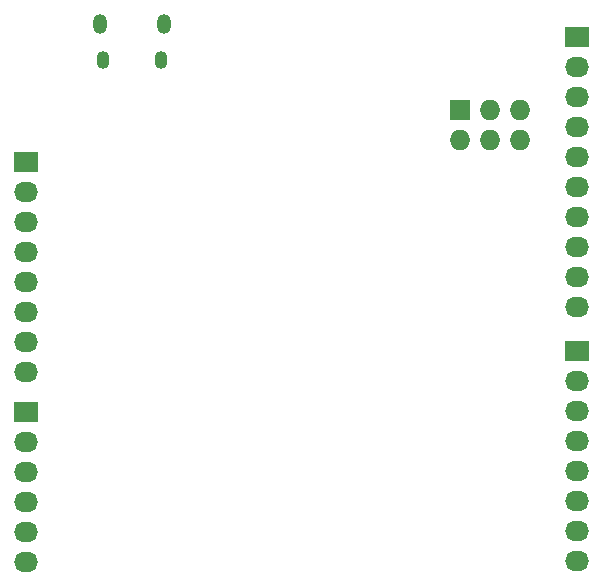
<source format=gbs>
G04 #@! TF.FileFunction,Soldermask,Bot*
%FSLAX46Y46*%
G04 Gerber Fmt 4.6, Leading zero omitted, Abs format (unit mm)*
G04 Created by KiCad (PCBNEW 4.0.4-stable) date 2017 January 13, Friday 02:46:46*
%MOMM*%
%LPD*%
G01*
G04 APERTURE LIST*
%ADD10C,0.100000*%
%ADD11R,2.032000X1.727200*%
%ADD12O,2.032000X1.727200*%
%ADD13R,1.727200X1.727200*%
%ADD14O,1.727200X1.727200*%
%ADD15O,1.100000X1.500000*%
%ADD16O,1.200000X1.700000*%
G04 APERTURE END LIST*
D10*
D11*
X114706400Y-89611200D03*
D12*
X114706400Y-92151200D03*
X114706400Y-94691200D03*
X114706400Y-97231200D03*
X114706400Y-99771200D03*
X114706400Y-102311200D03*
X114706400Y-104851200D03*
X114706400Y-107391200D03*
D11*
X114706400Y-110794800D03*
D12*
X114706400Y-113334800D03*
X114706400Y-115874800D03*
X114706400Y-118414800D03*
X114706400Y-120954800D03*
X114706400Y-123494800D03*
D13*
X151434800Y-85242400D03*
D14*
X151434800Y-87782400D03*
X153974800Y-85242400D03*
X153974800Y-87782400D03*
X156514800Y-85242400D03*
X156514800Y-87782400D03*
D11*
X161290000Y-79044800D03*
D12*
X161290000Y-81584800D03*
X161290000Y-84124800D03*
X161290000Y-86664800D03*
X161290000Y-89204800D03*
X161290000Y-91744800D03*
X161290000Y-94284800D03*
X161290000Y-96824800D03*
X161290000Y-99364800D03*
X161290000Y-101904800D03*
D11*
X161290000Y-105613200D03*
D12*
X161290000Y-108153200D03*
X161290000Y-110693200D03*
X161290000Y-113233200D03*
X161290000Y-115773200D03*
X161290000Y-118313200D03*
X161290000Y-120853200D03*
X161290000Y-123393200D03*
D15*
X126072200Y-80974600D03*
X121222200Y-80974600D03*
D16*
X126372200Y-77974600D03*
X120922200Y-77974600D03*
M02*

</source>
